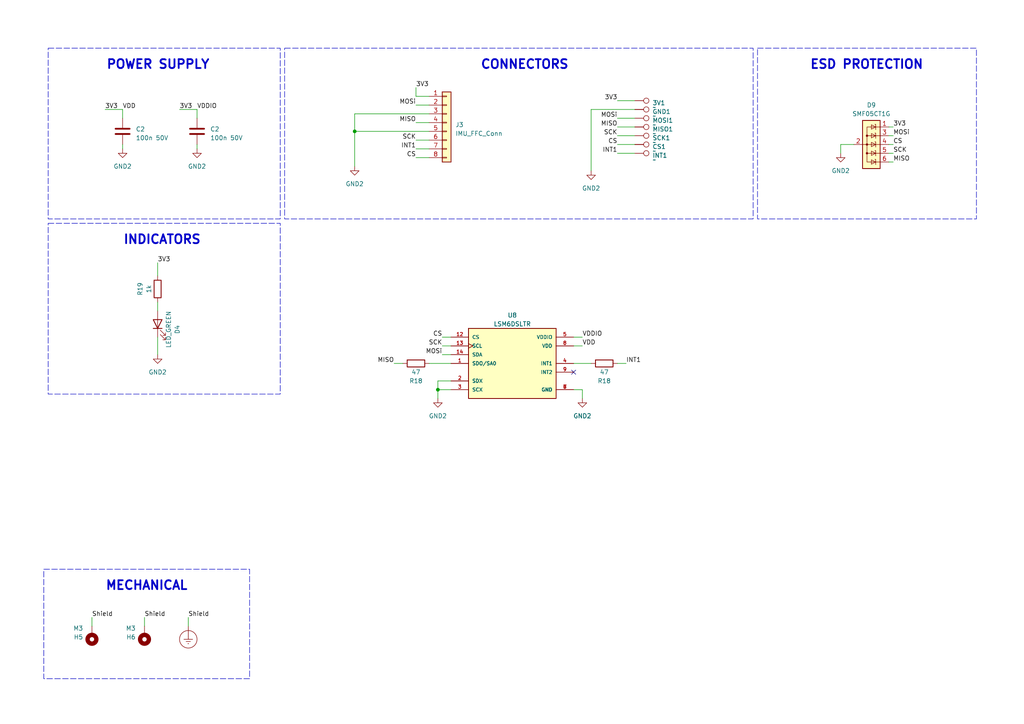
<source format=kicad_sch>
(kicad_sch (version 20230121) (generator eeschema)
  (paper "A4")
  (lib_symbols
    (symbol "Connector:TestPoint" (pin_numbers hide) (pin_names (offset 0.762) hide)
      (property "Reference" "TP" (at 0 6.858 0))
      (property "Value" "TestPoint" (at 0 5.08 0))
      (symbol "TestPoint_0_1"
        (circle (center 0 3.302) (radius 0.762))
      )
      (symbol "TestPoint_1_1"
        (pin passive line (at 0 0 90) (length 2.54) (name "1") (number "1"))
      )
    )
    (symbol "Connector_Generic:Conn_01x08" (pin_names (offset 1.016) hide)
      (property "Reference" "J" (at 0 10.16 0))
      (property "Value" "Conn_01x08" (at 0 -12.7 0))
      (symbol "Conn_01x08_1_1"
        (rectangle (start -1.27 -10.033) (end 0 -10.287) (stroke (width 0.1524)))
        (rectangle (start -1.27 -7.493) (end 0 -7.747) (stroke (width 0.1524)))
        (rectangle (start -1.27 -4.953) (end 0 -5.207) (stroke (width 0.1524)))
        (rectangle (start -1.27 -2.413) (end 0 -2.667) (stroke (width 0.1524)))
        (rectangle (start -1.27 0.127) (end 0 -0.127) (stroke (width 0.1524)))
        (rectangle (start -1.27 2.667) (end 0 2.413) (stroke (width 0.1524)))
        (rectangle (start -1.27 5.207) (end 0 4.953) (stroke (width 0.1524)))
        (rectangle (start -1.27 7.747) (end 0 7.493) (stroke (width 0.1524)))
        (rectangle (start -1.27 8.89) (end 1.27 -11.43) (stroke (width 0.254)) (fill (type background)))
        (pin passive line (at -5.08 7.62 0) (length 3.81) (name "Pin_1") (number "1"))
        (pin passive line (at -5.08 5.08 0) (length 3.81) (name "Pin_2") (number "2"))
        (pin passive line (at -5.08 2.54 0) (length 3.81) (name "Pin_3") (number "3"))
        (pin passive line (at -5.08 0 0) (length 3.81) (name "Pin_4") (number "4"))
        (pin passive line (at -5.08 -2.54 0) (length 3.81) (name "Pin_5") (number "5"))
        (pin passive line (at -5.08 -5.08 0) (length 3.81) (name "Pin_6") (number "6"))
        (pin passive line (at -5.08 -7.62 0) (length 3.81) (name "Pin_7") (number "7"))
        (pin passive line (at -5.08 -10.16 0) (length 3.81) (name "Pin_8") (number "8"))
      )
    )
    (symbol "Device:C" (pin_numbers hide) (pin_names (offset 0.254))
      (property "Reference" "C" (at 0.635 2.54 0))
      (property "Value" "C" (at 0.635 -2.54 0))
      (symbol "C_0_1"
        (polyline (pts (xy -2.032 -0.762) (xy 2.032 -0.762)) (stroke (width 0.508)))
        (polyline (pts (xy -2.032 0.762) (xy 2.032 0.762)) (stroke (width 0.508)))
      )
      (symbol "C_1_1"
        (pin passive line (at 0 3.81 270) (length 2.794) (name "~") (number "1"))
        (pin passive line (at 0 -3.81 90) (length 2.794) (name "~") (number "2"))
      )
    )
    (symbol "Device:LED" (pin_numbers hide) (pin_names (offset 1.016) hide)
      (property "Reference" "D" (at 0 2.54 0))
      (property "Value" "LED" (at 0 -2.54 0))
      (symbol "LED_0_1"
        (polyline (pts (xy -1.27 -1.27) (xy -1.27 1.27)) (stroke (width 0.254)))
        (polyline (pts (xy -1.27 0) (xy 1.27 0)))
        (polyline (pts (xy 1.27 -1.27) (xy 1.27 1.27) (xy -1.27 0) (xy 1.27 -1.27)) (stroke (width 0.254)))
        (polyline (pts (xy -3.048 -0.762) (xy -4.572 -2.286) (xy -3.81 -2.286) (xy -4.572 -2.286) (xy -4.572 -1.524)))
        (polyline (pts (xy -1.778 -0.762) (xy -3.302 -2.286) (xy -2.54 -2.286) (xy -3.302 -2.286) (xy -3.302 -1.524)))
      )
      (symbol "LED_1_1"
        (pin passive line (at -3.81 0 0) (length 2.54) (name "K") (number "1"))
        (pin passive line (at 3.81 0 180) (length 2.54) (name "A") (number "2"))
      )
    )
    (symbol "Device:R" (pin_numbers hide) (pin_names (offset 0))
      (property "Reference" "R" (at 2.032 0 90))
      (property "Value" "R" (at 0 0 90))
      (symbol "R_0_1"
        (rectangle (start -1.016 -2.54) (end 1.016 2.54) (stroke (width 0.254)))
      )
      (symbol "R_1_1"
        (pin passive line (at 0 3.81 270) (length 1.27) (name "~") (number "1"))
        (pin passive line (at 0 -3.81 90) (length 1.27) (name "~") (number "2"))
      )
    )
    (symbol "LSM6DSLTR:LSM6DSLTR" (pin_names (offset 1.016))
      (property "Reference" "U" (at -12.7187 10.6837 0))
      (property "Value" "LSM6DSLTR" (at -12.7143 -12.7143 0))
      (symbol "LSM6DSLTR_0_0"
        (rectangle (start -12.7 -10.16) (end 12.7 10.16) (stroke (width 0.254)) (fill (type background)))
        (pin bidirectional line (at -17.78 0 0) (length 5.08) (name "SDO/SA0") (number "1"))
        (pin input line (at -17.78 7.62 0) (length 5.08) (name "CS") (number "12"))
        (pin input clock (at -17.78 5.08 0) (length 5.08) (name "SCL") (number "13"))
        (pin bidirectional line (at -17.78 2.54 0) (length 5.08) (name "SDA") (number "14"))
        (pin bidirectional line (at -17.78 -5.08 0) (length 5.08) (name "SDX") (number "2"))
        (pin bidirectional line (at -17.78 -7.62 0) (length 5.08) (name "SCX") (number "3"))
        (pin output line (at 17.78 0 180) (length 5.08) (name "INT1") (number "4"))
        (pin power_in line (at 17.78 7.62 180) (length 5.08) (name "VDDIO") (number "5"))
        (pin power_in line (at 17.78 -7.62 180) (length 5.08) (name "GND") (number "6"))
        (pin power_in line (at 17.78 -7.62 180) (length 5.08) (name "GND") (number "7"))
        (pin power_in line (at 17.78 5.08 180) (length 5.08) (name "VDD") (number "8"))
        (pin output line (at 17.78 -2.54 180) (length 5.08) (name "INT2") (number "9"))
      )
    )
    (symbol "Mechanical:MountingHole_Pad" (pin_numbers hide) (pin_names (offset 1.016) hide)
      (property "Reference" "H" (at 0 6.35 0))
      (property "Value" "MountingHole_Pad" (at 0 4.445 0))
      (symbol "MountingHole_Pad_0_1"
        (circle (center 0 1.27) (radius 1.27) (stroke (width 1.27)))
      )
      (symbol "MountingHole_Pad_1_1"
        (pin input line (at 0 -2.54 90) (length 2.54) (name "1") (number "1"))
      )
    )
    (symbol "Power_Protection:SP0505BAHT" (pin_names hide)
      (property "Reference" "D" (at 7.62 2.54 0))
      (property "Value" "SP0505BAHT" (at 7.62 0.635 0))
      (symbol "SP0505BAHT_0_0"
        (pin passive line (at 0 -5.08 90) (length 2.54) (name "A") (number "2"))
      )
      (symbol "SP0505BAHT_0_1"
        (rectangle (start -6.985 2.54) (end 6.985 -2.54) (stroke (width 0.254)) (fill (type background)))
        (circle (center -2.54 -1.27) (radius 0.254) (fill (type outline)))
        (circle (center 0 -1.27) (radius 0.254) (fill (type outline)))
        (polyline (pts (xy -5.08 2.54) (xy -5.08 1.27)))
        (polyline (pts (xy -2.54 2.54) (xy -2.54 1.27)))
        (polyline (pts (xy 0 -1.27) (xy 0 -2.54)))
        (polyline (pts (xy 0 -1.27) (xy 0 1.27)))
        (polyline (pts (xy 0 2.54) (xy 0 1.27)))
        (polyline (pts (xy 0.635 1.27) (xy 0.762 1.27)))
        (polyline (pts (xy 2.54 2.54) (xy 2.54 1.27)))
        (polyline (pts (xy 5.08 2.54) (xy 5.08 1.27)))
        (polyline (pts (xy -5.08 1.27) (xy -5.08 -1.27) (xy -2.54 -1.27)))
        (polyline (pts (xy 0.635 1.27) (xy -0.762 1.27) (xy -0.762 1.016)))
        (polyline (pts (xy 5.08 1.27) (xy 5.08 -1.27) (xy 2.54 -1.27)))
        (polyline (pts (xy -5.842 1.016) (xy -5.842 1.27) (xy -4.445 1.27) (xy -4.318 1.27)))
        (polyline (pts (xy -5.08 1.27) (xy -4.445 0) (xy -5.715 0) (xy -5.08 1.27)))
        (polyline (pts (xy -3.302 1.016) (xy -3.302 1.27) (xy -1.905 1.27) (xy -1.778 1.27)))
        (polyline (pts (xy -2.54 1.27) (xy -2.54 -1.27) (xy 2.54 -1.27) (xy 2.54 1.27)))
        (polyline (pts (xy -2.54 1.27) (xy -1.905 0) (xy -3.175 0) (xy -2.54 1.27)))
        (polyline (pts (xy 0.635 0) (xy -0.635 0) (xy 0 1.27) (xy 0.635 0)))
        (polyline (pts (xy 1.778 1.016) (xy 1.778 1.27) (xy 3.175 1.27) (xy 3.302 1.27)))
        (polyline (pts (xy 2.54 1.27) (xy 1.905 0) (xy 3.175 0) (xy 2.54 1.27)))
        (polyline (pts (xy 4.318 1.016) (xy 4.318 1.27) (xy 5.715 1.27) (xy 5.842 1.27)))
        (polyline (pts (xy 5.08 1.27) (xy 4.445 0) (xy 5.715 0) (xy 5.08 1.27)))
        (circle (center 2.54 -1.27) (radius 0.254) (fill (type outline)))
      )
      (symbol "SP0505BAHT_1_1"
        (pin passive line (at -5.08 5.08 270) (length 2.54) (name "K") (number "1"))
        (pin passive line (at -2.54 5.08 270) (length 2.54) (name "K") (number "3"))
        (pin passive line (at 0 5.08 270) (length 2.54) (name "K") (number "4"))
        (pin passive line (at 2.54 5.08 270) (length 2.54) (name "K") (number "5"))
        (pin passive line (at 5.08 5.08 270) (length 2.54) (name "K") (number "6"))
      )
    )
    (symbol "power:Earth_Protective" (power) (pin_names (offset 0))
      (symbol "Earth_Protective_0_1"
        (circle (center 0 -3.81) (radius 2.54))
        (polyline (pts (xy -0.635 -4.445) (xy 0.635 -4.445)))
        (polyline (pts (xy -0.127 -5.08) (xy 0.127 -5.08)))
        (polyline (pts (xy 0 -3.81) (xy 0 0)))
        (polyline (pts (xy 1.27 -3.81) (xy -1.27 -3.81)))
      )
      (symbol "Earth_Protective_1_1"
        (pin power_in line (at 0 0 270) (length 0) hide (name "Earth_Protective") (number "1"))
      )
    )
    (symbol "power:GND2" (power) (pin_names (offset 0))
      (property "Value" "GND2" (at 0 -3.81 0))
      (symbol "GND2_0_1"
        (polyline (pts (xy 0 0) (xy 0 -1.27) (xy 1.27 -1.27) (xy 0 -2.54) (xy -1.27 -1.27) (xy 0 -1.27)))
      )
      (symbol "GND2_1_1"
        (pin power_in line (at 0 0 270) (length 0) hide (name "GND2") (number "1"))
      )
    )
  )
  (junction (at 102.87 38.1))
  (junction (at 127 113.03))
  (no_connect (at 166.37 107.95))
  (wire (pts (xy 166.37 113.03) (xy 168.91 113.03)))
  (wire (pts (xy 179.07 34.29) (xy 184.15 34.29)))
  (wire (pts (xy 26.67 179.07) (xy 26.67 181.61)))
  (wire (pts (xy 54.61 179.07) (xy 54.61 181.61)))
  (wire (pts (xy 120.65 27.94) (xy 124.46 27.94)))
  (wire (pts (xy 35.56 31.75) (xy 35.56 34.29)))
  (wire (pts (xy 120.65 25.4) (xy 120.65 27.94)))
  (wire (pts (xy 171.45 49.53) (xy 171.45 31.75)))
  (wire (pts (xy 30.48 31.75) (xy 35.56 31.75)))
  (wire (pts (xy 128.27 100.33) (xy 130.81 100.33)))
  (wire (pts (xy 179.07 29.21) (xy 184.15 29.21)))
  (wire (pts (xy 179.07 41.91) (xy 184.15 41.91)))
  (wire (pts (xy 259.08 41.91) (xy 257.81 41.91)))
  (wire (pts (xy 45.72 76.2) (xy 45.72 80.01)))
  (wire (pts (xy 171.45 31.75) (xy 184.15 31.75)))
  (wire (pts (xy 102.87 38.1) (xy 102.87 48.26)))
  (wire (pts (xy 57.15 43.18) (xy 57.15 41.91)))
  (wire (pts (xy 259.08 44.45) (xy 257.81 44.45)))
  (wire (pts (xy 179.07 39.37) (xy 184.15 39.37)))
  (wire (pts (xy 259.08 36.83) (xy 257.81 36.83)))
  (wire (pts (xy 114.3 105.41) (xy 116.84 105.41)))
  (wire (pts (xy 102.87 33.02) (xy 102.87 38.1)))
  (wire (pts (xy 127 110.49) (xy 130.81 110.49)))
  (wire (pts (xy 120.65 40.64) (xy 124.46 40.64)))
  (wire (pts (xy 124.46 105.41) (xy 130.81 105.41)))
  (wire (pts (xy 45.72 102.87) (xy 45.72 97.79)))
  (wire (pts (xy 120.65 30.48) (xy 124.46 30.48)))
  (wire (pts (xy 259.08 46.99) (xy 257.81 46.99)))
  (wire (pts (xy 243.84 44.45) (xy 243.84 41.91)))
  (wire (pts (xy 127 115.57) (xy 127 113.03)))
  (wire (pts (xy 45.72 87.63) (xy 45.72 90.17)))
  (wire (pts (xy 166.37 105.41) (xy 171.45 105.41)))
  (wire (pts (xy 127 113.03) (xy 127 110.49)))
  (wire (pts (xy 168.91 97.79) (xy 166.37 97.79)))
  (wire (pts (xy 41.91 179.07) (xy 41.91 181.61)))
  (wire (pts (xy 124.46 33.02) (xy 102.87 33.02)))
  (wire (pts (xy 257.81 39.37) (xy 259.08 39.37)))
  (wire (pts (xy 120.65 35.56) (xy 124.46 35.56)))
  (wire (pts (xy 127 113.03) (xy 130.81 113.03)))
  (wire (pts (xy 102.87 38.1) (xy 124.46 38.1)))
  (wire (pts (xy 179.07 44.45) (xy 184.15 44.45)))
  (wire (pts (xy 128.27 102.87) (xy 130.81 102.87)))
  (wire (pts (xy 57.15 31.75) (xy 57.15 34.29)))
  (wire (pts (xy 120.65 45.72) (xy 124.46 45.72)))
  (wire (pts (xy 120.65 43.18) (xy 124.46 43.18)))
  (wire (pts (xy 52.07 31.75) (xy 57.15 31.75)))
  (wire (pts (xy 181.61 105.41) (xy 179.07 105.41)))
  (wire (pts (xy 168.91 113.03) (xy 168.91 115.57)))
  (wire (pts (xy 243.84 41.91) (xy 247.65 41.91)))
  (wire (pts (xy 128.27 97.79) (xy 130.81 97.79)))
  (wire (pts (xy 179.07 36.83) (xy 184.15 36.83)))
  (wire (pts (xy 35.56 43.18) (xy 35.56 41.91)))
  (wire (pts (xy 168.91 100.33) (xy 166.37 100.33)))
  (rectangle (start 219.71 13.97) (end 283.21 63.5) (stroke (width 0) (type dash)))
  (rectangle (start 82.55 13.97) (end 218.44 63.5) (stroke (width 0) (type dash)))
  (rectangle (start 13.97 64.77) (end 81.28 114.3) (stroke (width 0) (type dash)))
  (rectangle (start 12.7 165.1) (end 72.39 196.85) (stroke (width 0) (type dash)))
  (rectangle (start 13.97 13.97) (end 81.28 63.5) (stroke (width 0) (type dash)))
  (text "CONNECTORS" (at 165.1 20.32 0) (effects (font (size 2.5654 2.5654) (thickness 0.5131) bold) (justify right bottom)))
  (text "POWER SUPPLY" (at 60.96 20.32 0) (effects (font (size 2.5654 2.5654) (thickness 0.5131) bold) (justify right bottom)))
  (text "MECHANICAL" (at 54.61 171.45 0) (effects (font (size 2.5654 2.5654) (thickness 0.5131) bold) (justify right bottom)))
  (text "INDICATORS" (at 58.42 71.12 0) (effects (font (size 2.5654 2.5654) (thickness 0.5131) bold) (justify right bottom)))
  (text "ESD PROTECTION" (at 267.97 20.32 0) (effects (font (size 2.5654 2.5654) (thickness 0.5131) bold) (justify right bottom)))
  (label "MISO" (at 120.65 35.56 180))
  (label "SCK" (at 179.07 39.37 180))
  (label "Shield" (at 41.91 179.07 0))
  (label "SCK" (at 259.08 44.45 0))
  (label "VDD" (at 168.91 100.33 0))
  (label "CS" (at 259.08 41.91 0))
  (label "3V3" (at 179.07 29.21 180))
  (label "MISO" (at 114.3 105.41 180))
  (label "INT1" (at 181.61 105.41 0))
  (label "MOSi" (at 128.27 102.87 180))
  (label "INT1" (at 120.65 43.18 180))
  (label "Shield" (at 26.67 179.07 0))
  (label "MOSi" (at 259.08 39.37 0))
  (label "CS" (at 128.27 97.79 180))
  (label "VDDIO" (at 168.91 97.79 0))
  (label "Shield" (at 54.61 179.07 0))
  (label "MOSi" (at 120.65 30.48 180))
  (label "INT1" (at 179.07 44.45 180))
  (label "MOSi" (at 179.07 34.29 180))
  (label "CS" (at 179.07 41.91 180))
  (label "3V3" (at 45.72 76.2 0))
  (label "3V3" (at 52.07 31.75 0))
  (label "SCK" (at 128.27 100.33 180))
  (label "MISO" (at 179.07 36.83 180))
  (label "3V3" (at 120.65 25.4 0))
  (label "VDD" (at 35.56 31.75 0))
  (label "SCK" (at 120.65 40.64 180))
  (label "CS" (at 120.65 45.72 180))
  (label "3V3" (at 259.08 36.83 0))
  (label "3V3" (at 30.48 31.75 0))
  (label "VDDIO" (at 57.15 31.75 0))
  (label "MISO" (at 259.08 46.99 0))
  (symbol (lib_id "power:Earth_Protective") (at 54.61 181.61 0) (unit 1)
    (property "Reference" "#PWR075" (effects hide))
    (property "Value" "Earth_Protective" (effects hide))
    (instances (project "DPB-PCB" (path "" (reference "#PWR075") (unit 1))) (project "SENSOR-PCB" (path "" (reference "#PWR03") (unit 1))))
  )
  (symbol (lib_id "power:GND2") (at 168.91 115.57 0) (unit 1)
    (property "Reference" "#PWR079" (effects hide))
    (property "Value" "GND2" (at 168.91 120.65 0))
    (instances (project "DPB-PCB" (path "" (reference "#PWR079") (unit 1))) (project "SENSOR-PCB" (path "" (reference "#PWR08") (unit 1))))
  )
  (symbol (lib_id "Connector:TestPoint") (at 184.15 36.83 270) (unit 1) (in_bom no)
    (property "Reference" "MISO1" (at 189.23 37.465 90) (effects (justify left)))
    (property "Value" "~" (at 189.23 38.735 90) (effects (justify left)))
    (property "Footprint" "TestPoint:TestPoint_Pad_D2.0mm" (effects hide))
    (instances (project "DPB-PCB" (path "" (reference "MISO1") (unit 1)) (path "" (reference "MISO2") (unit 1))) (project "SENSOR-PCB" (path "" (reference "MISO1") (unit 1))))
  )
  (symbol (lib_id "LSM6DSLTR:LSM6DSLTR") (at 148.59 105.41 0) (unit 1)
    (property "Reference" "U8" (at 148.59 91.44 0))
    (property "Value" "LSM6DSLTR" (at 148.59 93.98 0))
    (property "Footprint" "PQFN50P300X250X86-14N" (effects hide))
    (property "SNAPEDA_PACKAGE_ID" "6233" (effects hide))
    (property "PARTREV" "7" (effects hide))
    (property "STANDARD" "IPC-7351B" (effects hide))
    (property "MANUFACTURER" "ST Microelectronics" (effects hide))
    (property "LCSC" "C967633" (effects hide))
    (instances (project "DPB-PCB" (path "" (reference "U8") (unit 1))) (project "SENSOR-PCB" (path "" (reference "U1") (unit 1))))
  )
  (symbol (lib_id "power:GND2") (at 102.87 48.26 0) (unit 1)
    (property "Reference" "#PWR077" (effects hide))
    (property "Value" "GND2" (at 102.87 53.34 0))
    (instances (project "DPB-PCB" (path "" (reference "#PWR077") (unit 1))) (project "SENSOR-PCB" (path "" (reference "#PWR06") (unit 1))))
  )
  (symbol (lib_id "Mechanical:MountingHole_Pad") (at 26.67 184.15 180) (unit 1) (in_bom no)
    (property "Reference" "H5" (at 24.13 184.785 0) (effects (justify left)))
    (property "Value" "M3" (at 24.13 182.245 0) (effects (justify left)))
    (property "Footprint" "MountingHole:MountingHole_3.2mm_M3_Pad_TopBottom" (effects hide))
    (instances (project "DPB-PCB" (path "" (reference "H5") (unit 1))) (project "SENSOR-PCB" (path "" (reference "H1") (unit 1))))
  )
  (symbol (lib_id "Connector:TestPoint") (at 184.15 41.91 270) (unit 1) (in_bom no)
    (property "Reference" "CS1" (at 189.23 42.545 90) (effects (justify left)))
    (property "Value" "~" (at 189.23 43.815 90) (effects (justify left)))
    (property "Footprint" "TestPoint:TestPoint_Pad_D2.0mm" (effects hide))
    (instances (project "DPB-PCB" (path "" (reference "CS1") (unit 1)) (path "" (reference "CS2") (unit 1))) (project "SENSOR-PCB" (path "" (reference "CS1") (unit 1))))
  )
  (symbol (lib_id "power:GND2") (at 57.15 43.18 0) (unit 1)
    (property "Reference" "#PWR076" (effects hide))
    (property "Value" "GND2" (at 57.15 48.26 0))
    (instances (project "DPB-PCB" (path "" (reference "#PWR076") (unit 1))) (project "SENSOR-PCB" (path "" (reference "#PWR04") (unit 1))))
  )
  (symbol (lib_id "Device:C") (at 35.56 38.1 0) (unit 1)
    (property "Reference" "C2" (at 39.37 37.465 0) (effects (justify left)))
    (property "Value" "100n 50V" (at 39.37 40.005 0) (effects (justify left)))
    (property "Footprint" "Capacitor_SMD:C_0402_1005Metric" (effects hide))
    (property "LCSC" "C307331" (effects hide))
    (instances (project "DPB-PCB" (path "" (reference "C2") (unit 1)) (path "" (reference "C18") (unit 1))) (project "SENSOR-PCB" (path "" (reference "C1") (unit 1))))
  )
  (symbol (lib_id "Connector_Generic:Conn_01x08") (at 129.54 35.56 0) (unit 1)
    (property "Reference" "J3" (at 132.08 36.195 0) (effects (justify left)))
    (property "Value" "IMU_FFC_Conn" (at 132.08 38.735 0) (effects (justify left)))
    (property "Footprint" "Connector_FFC-FPC:Hirose_FH12-8S-0.5SH_1x08-1MP_P0.50mm_Horizontal" (effects hide))
    (property "LCSC" "C283141" (effects hide))
    (instances (project "DPB-PCB" (path "" (reference "J3") (unit 1)) (path "" (reference "J9") (unit 1))) (project "SENSOR-PCB" (path "" (reference "J1") (unit 1))))
  )
  (symbol (lib_id "Device:C") (at 57.15 38.1 0) (unit 1)
    (property "Reference" "C2" (at 60.96 37.465 0) (effects (justify left)))
    (property "Value" "100n 50V" (at 60.96 40.005 0) (effects (justify left)))
    (property "Footprint" "Capacitor_SMD:C_0402_1005Metric" (effects hide))
    (property "LCSC" "C307331" (effects hide))
    (instances (project "DPB-PCB" (path "" (reference "C2") (unit 1)) (path "" (reference "C19") (unit 1))) (project "SENSOR-PCB" (path "" (reference "C2") (unit 1))))
  )
  (symbol (lib_id "power:GND2") (at 35.56 43.18 0) (unit 1)
    (property "Reference" "#PWR073" (effects hide))
    (property "Value" "GND2" (at 35.56 48.26 0))
    (instances (project "DPB-PCB" (path "" (reference "#PWR073") (unit 1))) (project "SENSOR-PCB" (path "" (reference "#PWR01") (unit 1))))
  )
  (symbol (lib_id "Connector:TestPoint") (at 184.15 34.29 270) (unit 1) (in_bom no)
    (property "Reference" "MOSI1" (at 189.23 34.925 90) (effects (justify left)))
    (property "Value" "~" (at 189.23 36.195 90) (effects (justify left)))
    (property "Footprint" "TestPoint:TestPoint_Pad_D2.0mm" (effects hide))
    (instances (project "DPB-PCB" (path "" (reference "MOSI1") (unit 1)) (path "" (reference "MOSI2") (unit 1))) (project "SENSOR-PCB" (path "" (reference "MOSI1") (unit 1))))
  )
  (symbol (lib_id "Connector:TestPoint") (at 184.15 29.21 270) (unit 1) (in_bom no)
    (property "Reference" "3V1" (at 189.23 29.845 90) (effects (justify left)))
    (property "Value" "~" (at 189.23 31.115 90) (effects (justify left)))
    (property "Footprint" "TestPoint:TestPoint_Pad_D2.0mm" (effects hide))
    (instances (project "DPB-PCB" (path "" (reference "3V1") (unit 1)) (path "" (reference "3V2") (unit 1))) (project "SENSOR-PCB" (path "" (reference "3V1") (unit 1))))
  )
  (symbol (lib_id "power:GND2") (at 127 115.57 0) (unit 1)
    (property "Reference" "#PWR078" (effects hide))
    (property "Value" "GND2" (at 127 120.65 0))
    (instances (project "DPB-PCB" (path "" (reference "#PWR078") (unit 1))) (project "SENSOR-PCB" (path "" (reference "#PWR07") (unit 1))))
  )
  (symbol (lib_id "Mechanical:MountingHole_Pad") (at 41.91 184.15 180) (unit 1) (in_bom no)
    (property "Reference" "H6" (at 39.37 184.785 0) (effects (justify left)))
    (property "Value" "M3" (at 39.37 182.245 0) (effects (justify left)))
    (property "Footprint" "MountingHole:MountingHole_3.2mm_M3_Pad_TopBottom" (effects hide))
    (instances (project "DPB-PCB" (path "" (reference "H6") (unit 1))) (project "SENSOR-PCB" (path "" (reference "H2") (unit 1))))
  )
  (symbol (lib_id "Device:R") (at 45.72 83.82 180) (unit 1)
    (property "Reference" "R19" (at 40.64 83.82 90))
    (property "Value" "1k" (at 43.18 83.82 90))
    (property "Footprint" "Resistor_SMD:R_0402_1005Metric" (effects hide))
    (property "LCSC" "C11702" (effects hide))
    (instances (project "DPB-PCB" (path "" (reference "R19") (unit 1)) (path "" (reference "R10") (unit 1)) (path "" (reference "R40") (unit 1))) (project "SENSOR-PCB" (path "" (reference "R1") (unit 1))))
  )
  (symbol (lib_id "power:GND2") (at 243.84 44.45 0) (unit 1)
    (property "Reference" "#PWR081" (effects hide))
    (property "Value" "GND2" (at 243.84 49.53 0))
    (instances (project "DPB-PCB" (path "" (reference "#PWR081") (unit 1))) (project "SENSOR-PCB" (path "" (reference "#PWR010") (unit 1))))
  )
  (symbol (lib_id "Connector:TestPoint") (at 184.15 31.75 270) (unit 1) (in_bom no)
    (property "Reference" "GND1" (at 189.23 32.385 90) (effects (justify left)))
    (property "Value" "~" (at 189.23 33.655 90) (effects (justify left)))
    (property "Footprint" "TestPoint:TestPoint_Pad_D2.0mm" (effects hide))
    (instances (project "DPB-PCB" (path "" (reference "GND1") (unit 1)) (path "" (reference "GND2") (unit 1))) (project "SENSOR-PCB" (path "" (reference "GND1") (unit 1))))
  )
  (symbol (lib_id "Connector:TestPoint") (at 184.15 44.45 270) (unit 1) (in_bom no)
    (property "Reference" "INT1" (at 189.23 45.085 90) (effects (justify left)))
    (property "Value" "~" (at 189.23 46.355 90) (effects (justify left)))
    (property "Footprint" "TestPoint:TestPoint_Pad_D2.0mm" (effects hide))
    (instances (project "DPB-PCB" (path "" (reference "INT1") (unit 1)) (path "" (reference "INT2") (unit 1))) (project "SENSOR-PCB" (path "" (reference "INT1") (unit 1))))
  )
  (symbol (lib_id "Device:R") (at 120.65 105.41 270) (unit 1)
    (property "Reference" "R18" (at 120.65 110.49 90))
    (property "Value" "47" (at 120.65 107.95 90))
    (property "Footprint" "Resistor_SMD:R_0402_1005Metric" (effects hide))
    (property "LCSC" "C25118" (effects hide))
    (instances (project "DPB-PCB" (path "" (reference "R18") (unit 1)) (path "" (reference "R10") (unit 1)) (path "" (reference "R41") (unit 1))) (project "SENSOR-PCB" (path "" (reference "R3") (unit 1))))
  )
  (symbol (lib_id "power:GND2") (at 171.45 49.53 0) (unit 1)
    (property "Reference" "#PWR080" (effects hide))
    (property "Value" "GND2" (at 171.45 54.61 0))
    (instances (project "DPB-PCB" (path "" (reference "#PWR080") (unit 1))) (project "SENSOR-PCB" (path "" (reference "#PWR09") (unit 1))))
  )
  (symbol (lib_id "power:GND2") (at 45.72 102.87 0) (unit 1)
    (property "Reference" "#PWR074" (effects hide))
    (property "Value" "GND2" (at 45.72 107.95 0))
    (instances (project "DPB-PCB" (path "" (reference "#PWR074") (unit 1))) (project "SENSOR-PCB" (path "" (reference "#PWR02") (unit 1))))
  )
  (symbol (lib_id "Connector:TestPoint") (at 184.15 39.37 270) (unit 1) (in_bom no)
    (property "Reference" "SCK1" (at 189.23 40.005 90) (effects (justify left)))
    (property "Value" "~" (at 189.23 41.275 90) (effects (justify left)))
    (property "Footprint" "TestPoint:TestPoint_Pad_D2.0mm" (effects hide))
    (instances (project "DPB-PCB" (path "" (reference "SCK1") (unit 1)) (path "" (reference "SCK2") (unit 1))) (project "SENSOR-PCB" (path "" (reference "SCK1") (unit 1))))
  )
  (symbol (lib_id "Power_Protection:SP0505BAHT") (at 252.73 41.91 270) (unit 1)
    (property "Reference" "D9" (at 252.73 30.48 90))
    (property "Value" "SMF05CT1G" (at 252.73 33.02 90))
    (property "Footprint" "Package_TO_SOT_SMD:SOT-363_SC-70-6" (effects hide))
    (property "Datasheet" "http://www.littelfuse.com/~/media/files/littelfuse/technical%20resources/documents/data%20sheets/sp05xxba.pdf" (effects hide))
    (property "LCSC" "C15879" (effects hide))
    (instances (project "DPB-PCB" (path "" (reference "D9") (unit 1)) (path "" (reference "D12") (unit 1))) (project "SENSOR-PCB" (path "" (reference "D3") (unit 1))))
  )
  (symbol (lib_id "Device:LED") (at 45.72 93.98 90) (unit 1)
    (property "Reference" "D4" (at 51.435 95.5675 0))
    (property "Value" "LED_GREEN" (at 48.895 95.5675 0))
    (property "Footprint" "LED_SMD:LED_0603_1608Metric" (effects hide))
    (property "LCSC" "C72043" (effects hide))
    (instances (project "DPB-PCB" (path "" (reference "D4") (unit 1)) (path "" (reference "D7") (unit 1)) (path "" (reference "D11") (unit 1))) (project "SENSOR-PCB" (path "" (reference "D1") (unit 1))))
  )
  (symbol (lib_id "Device:R") (at 175.26 105.41 270) (unit 1)
    (property "Reference" "R18" (at 175.26 110.49 90))
    (property "Value" "47" (at 175.26 107.95 90))
    (property "Footprint" "Resistor_SMD:R_0402_1005Metric" (effects hide))
    (property "LCSC" "C25118" (effects hide))
    (instances (project "DPB-PCB" (path "" (reference "R18") (unit 1)) (path "" (reference "R10") (unit 1)) (path "" (reference "R42") (unit 1))) (project "SENSOR-PCB" (path "" (reference "R4") (unit 1))))
  )
)
</source>
